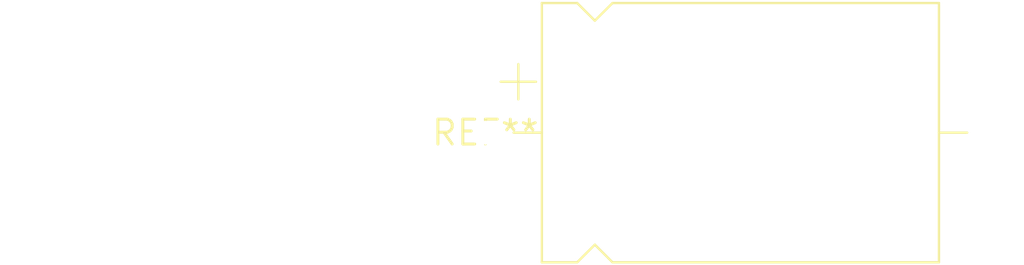
<source format=kicad_pcb>
(kicad_pcb (version 20240108) (generator pcbnew)
  (layers (0 "F.Cu" signal) (31 "B.Cu" signal) (34 "B.Paste" user) (35 "F.Paste" user) (36 "B.SilkS" user "B.Silkscreen") (37 "F.SilkS" user "F.Silkscreen") (38 "B.Mask" user) (39 "F.Mask" user) (44 "Edge.Cuts" user))
  (net 0 "")
  (footprint "CP_Axial_L20.0mm_D13.0mm_P26.00mm_Horizontal" (layer "F.Cu") (at 0 0)
    (property "Reference" "REF**")
    (property "Value" "CP_Axial_L20.0mm_D13.0mm_P26.00mm_Horizontal")
    (fp_line (start 0.78 -2.6) (end 2.58 -2.6) (layer "F.SilkS") (stroke (width 0.12)))
    (fp_line (start 1.44 0) (end 2.88 0) (layer "F.SilkS") (stroke (width 0.12)))
    (fp_line (start 1.68 -3.5) (end 1.68 -1.7) (layer "F.SilkS") (stroke (width 0.12)))
    (fp_line (start 2.88 -6.62) (end 2.88 6.62) (layer "F.SilkS") (stroke (width 0.12)))
    (fp_line (start 2.88 -6.62) (end 4.68 -6.62) (layer "F.SilkS") (stroke (width 0.12)))
    (fp_line (start 2.88 6.62) (end 4.68 6.62) (layer "F.SilkS") (stroke (width 0.12)))
    (fp_line (start 4.68 -6.62) (end 5.58 -5.72) (layer "F.SilkS") (stroke (width 0.12)))
    (fp_line (start 4.68 6.62) (end 5.58 5.72) (layer "F.SilkS") (stroke (width 0.12)))
    (fp_line (start 5.58 -5.72) (end 6.48 -6.62) (layer "F.SilkS") (stroke (width 0.12)))
    (fp_line (start 5.58 5.72) (end 6.48 6.62) (layer "F.SilkS") (stroke (width 0.12)))
    (fp_line (start 6.48 -6.62) (end 23.12 -6.62) (layer "F.SilkS") (stroke (width 0.12)))
    (fp_line (start 6.48 6.62) (end 23.12 6.62) (layer "F.SilkS") (stroke (width 0.12)))
    (fp_line (start 23.12 -6.62) (end 23.12 6.62) (layer "F.SilkS") (stroke (width 0.12)))
    (fp_line (start 24.56 0) (end 23.12 0) (layer "F.SilkS") (stroke (width 0.12)))
    (pad "1" thru_hole rect (at 0 0) (size 2.4 2.4) (drill 1.2) (layers *.Cu *.Mask) (remove_unused_layers))
    (pad "2" thru_hole oval (at 26 0) (size 2.4 2.4) (drill 1.2) (layers *.Cu *.Mask) (remove_unused_layers))
  )
)
</source>
